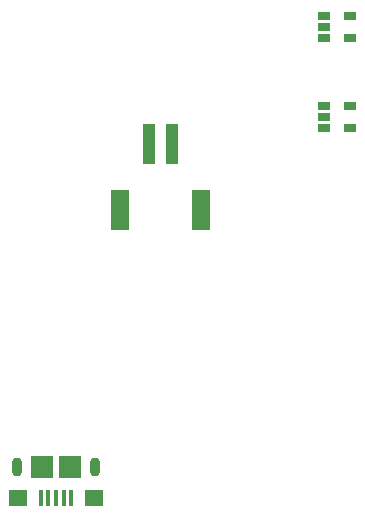
<source format=gbp>
G04 #@! TF.GenerationSoftware,KiCad,Pcbnew,(2016-12-18 revision 3ffa37c)-master*
G04 #@! TF.CreationDate,2016-12-30T22:14:27-08:00*
G04 #@! TF.ProjectId,badge-kicad,62616467652D6B696361642E6B696361,rev?*
G04 #@! TF.FileFunction,Paste,Bot*
G04 #@! TF.FilePolarity,Positive*
%FSLAX46Y46*%
G04 Gerber Fmt 4.6, Leading zero omitted, Abs format (unit mm)*
G04 Created by KiCad (PCBNEW (2016-12-18 revision 3ffa37c)-master) date Friday, December 30, 2016 'PMt' 10:14:27 PM*
%MOMM*%
%LPD*%
G01*
G04 APERTURE LIST*
%ADD10C,0.150000*%
%ADD11R,0.398780X1.348740*%
%ADD12O,0.899160X1.597660*%
%ADD13R,1.597660X1.399540*%
%ADD14R,1.899920X1.899920*%
%ADD15R,1.060000X0.650000*%
%ADD16R,1.000000X3.500000*%
%ADD17R,1.600000X3.400000*%
G04 APERTURE END LIST*
D10*
D11*
X115851060Y-170725000D03*
X116501300Y-170725000D03*
X117149000Y-170725000D03*
X117796700Y-170725000D03*
X118446940Y-170725000D03*
D12*
X113849540Y-168055460D03*
X120448460Y-168055460D03*
D13*
X113951140Y-170725000D03*
X120346860Y-170725000D03*
D14*
X115950120Y-168050380D03*
X118347880Y-168050380D03*
D15*
X142070000Y-131760000D03*
X142070000Y-129860000D03*
X139870000Y-129860000D03*
X139870000Y-130810000D03*
X139870000Y-131760000D03*
X139870000Y-139380000D03*
X139870000Y-138430000D03*
X139870000Y-137480000D03*
X142070000Y-137480000D03*
X142070000Y-139380000D03*
D16*
X127000000Y-140725000D03*
X125000000Y-140725000D03*
D17*
X129400000Y-146275000D03*
X122600000Y-146275000D03*
M02*

</source>
